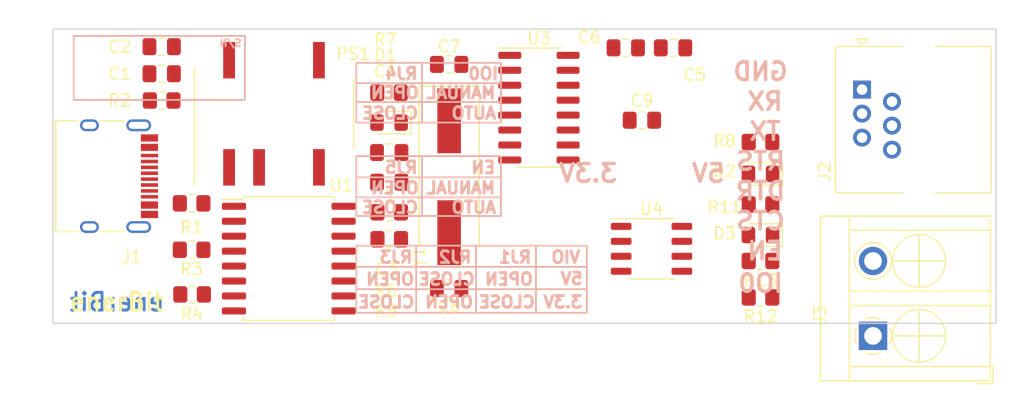
<source format=kicad_pcb>
(kicad_pcb (version 20211014) (generator pcbnew)
  (layers (0 "F.Cu" signal) (31 "B.Cu" signal) (34 "B.Paste" user) (35 "F.Paste" user) (36 "B.SilkS" user "B.Silkscreen") (37 "F.SilkS" user "F.Silkscreen") (38 "B.Mask" user) (39 "F.Mask" user) (44 "Edge.Cuts" user))
  (net 0 "")
  (net 1 "Net-(C1-Pad1)")
  (net 2 "GND1")
  (net 3 "Net-(C2-Pad1)")
  (net 4 "Net-(C3-Pad1)")
  (net 5 "GND2")
  (net 8 "Net-(C7-Pad1)")
  (net 9 "Net-(D1-Pad2)")
  (net 10 "Net-(D2-Pad1)")
  (net 11 "VCC")
  (net 12 "Net-(J1-PadA5)")
  (net 13 "Net-(J1-PadA6)")
  (net 14 "Net-(J1-PadA7)")
  (net 16 "Net-(J1-PadB5)")
  (net 19 "Net-(C6-Pad1)")
  (net 20 "/TX")
  (net 25 "/RX")
  (net 31 "Net-(R3-Pad1)")
  (net 32 "Net-(R4-Pad1)")
  (net 33 "Net-(R5-Pad1)")
  (net 34 "Net-(R5-Pad2)")
  (net 35 "Net-(R6-Pad1)")
  (net 36 "Net-(R6-Pad2)")
  (net 37 "Net-(R12-Pad1)")
  (net 38 "Net-(R13-Pad1)")
  (net 43 "Net-(D3-Pad1)")
  (net 44 "Net-(C8-Pad1)")
  (footprint "Resistor_SMD:R_0805_2012Metric_Pad1.20x1.40mm_HandSolder" (layer "F.Cu") (at 128.524 115.57 180)
    (fp_text reference "R6" (at 0.254 -6.658) (layer "F.SilkS"))
    (fp_text value "24")
    (fp_line (start -0.227064 -0.735) (end 0.227064 -0.735) (layer "F.SilkS") (width 0.12))
    (fp_line (start -0.227064 0.735) (end 0.227064 0.735) (layer "F.SilkS") (width 0.12))
    (pad "1" smd roundrect (at -1 0 180) (size 1.2 1.4) (layers "F.Cu" "F.Paste" "F.Mask") (roundrect_rratio 0.2083333333) (net 35 "Net-(R6-Pad1)"))
    (pad "2" smd roundrect (at 1 0 180) (size 1.2 1.4) (layers "F.Cu" "F.Paste" "F.Mask") (roundrect_rratio 0.2083333333) (net 36 "Net-(R6-Pad2)"))
  )
  (footprint "Resistor_SMD:R_0805_2012Metric_Pad1.20x1.40mm_HandSolder" (layer "F.Cu") (at 128.508 105.41 180)
    (fp_text reference "R7" (at 0.308 4.51) (layer "F.SilkS"))
    (fp_text value "1K")
    (fp_line (start -0.227064 0.735) (end 0.227064 0.735) (layer "F.SilkS") (width 0.12))
    (fp_line (start -0.227064 -0.735) (end 0.227064 -0.735) (layer "F.SilkS") (width 0.12))
    (pad "1" smd roundrect (at -1 0 180) (size 1.2 1.4) (layers "F.Cu" "F.Paste" "F.Mask") (roundrect_rratio 0.2083333333) (net 9 "Net-(D1-Pad2)"))
    (pad "2" smd roundrect (at 1 0 180) (size 1.2 1.4) (layers "F.Cu" "F.Paste" "F.Mask") (roundrect_rratio 0.2083333333) (net 11 "VCC"))
  )
  (footprint "Resistor_SMD:R_0805_2012Metric_Pad1.20x1.40mm_HandSolder" (layer "F.Cu") (at 128.524 117.856 180)
    (fp_text reference "R5" (at 0.254 -6.096) (layer "F.SilkS"))
    (fp_text value "24")
    (fp_line (start -0.227064 -0.735) (end 0.227064 -0.735) (layer "F.SilkS") (width 0.12))
    (fp_line (start -0.227064 0.735) (end 0.227064 0.735) (layer "F.SilkS") (width 0.12))
    (pad "1" smd roundrect (at -1 0 180) (size 1.2 1.4) (layers "F.Cu" "F.Paste" "F.Mask") (roundrect_rratio 0.2083333333) (net 33 "Net-(R5-Pad1)"))
    (pad "2" smd roundrect (at 1 0 180) (size 1.2 1.4) (layers "F.Cu" "F.Paste" "F.Mask") (roundrect_rratio 0.2083333333) (net 34 "Net-(R5-Pad2)"))
  )
  (footprint "Capacitor_SMD:C_0805_2012Metric_Pad1.18x1.45mm_HandSolder" (layer "F.Cu") (at 128.524 110.49)
    (fp_text reference "C4" (at -0.324 -6.89) (layer "F.SilkS"))
    (fp_text value "0.1uF")
    (fp_line (start -0.261252 -0.735) (end 0.261252 -0.735) (layer "F.SilkS") (width 0.12))
    (fp_line (start -0.261252 0.735) (end 0.261252 0.735) (layer "F.SilkS") (width 0.12))
    (pad "1" smd roundrect (at -1.0375 0) (size 1.175 1.45) (layers "F.Cu" "F.Paste" "F.Mask") (roundrect_rratio 0.2127659574) (net 11 "VCC"))
    (pad "2" smd roundrect (at 1.0375 0) (size 1.175 1.45) (layers "F.Cu" "F.Paste" "F.Mask") (roundrect_rratio 0.2127659574) (net 5 "GND2"))
  )
  (footprint "Diode_SMD:D_0805_2012Metric_Pad1.15x1.40mm_HandSolder" (layer "F.Cu") (at 160.02 112.3 180)
    (fp_text reference "D2" (at 3.048 0.232) (layer "F.SilkS"))
    (fp_text value "LED")
    (fp_line (start -1.86 0.96) (end 1 0.96) (layer "F.SilkS") (width 0.12))
    (fp_line (start -1.86 -0.96) (end -1.86 0.96) (layer "F.SilkS") (width 0.12))
    (fp_line (start 1 -0.96) (end -1.86 -0.96) (layer "F.SilkS") (width 0.12))
    (pad "1" smd roundrect (at -1.025 0 180) (size 1.15 1.4) (layers "F.Cu" "F.Paste" "F.Mask") (roundrect_rratio 0.2173913043) (net 10 "Net-(D2-Pad1)"))
    (pad "2" smd roundrect (at 1.025 0 180) (size 1.15 1.4) (layers "F.Cu" "F.Paste" "F.Mask") (roundrect_rratio 0.2173913043) (net 11 "VCC"))
  )
  (footprint "Crystal_SMD:Crystal_SMD_HC49-SD_HandSoldering_Compact" (layer "F.Cu") (at 133.604 112.55 -90)
    (fp_text reference "Y1" (at 6.83 2.54 90) (layer "F.SilkS"))
    (fp_text value "Crystal")
    (fp_line (start -7.7 2.55) (end 5.9 2.55) (layer "F.SilkS") (width 0.12))
    (fp_line (start -7.7 -2.55) (end -7.7 2.55) (layer "F.SilkS") (width 0.12))
    (fp_line (start 5.9 -2.55) (end -7.7 -2.55) (layer "F.SilkS") (width 0.12))
    (pad "1" smd rect (at -4.75 0 270) (size 5.5 2) (layers "F.Cu" "F.Paste" "F.Mask") (net 8 "Net-(C7-Pad1)"))
    (pad "2" smd rect (at 4.75 0 270) (size 5.5 2) (layers "F.Cu" "F.Paste" "F.Mask") (net 44 "Net-(C8-Pad1)"))
  )
  (footprint "Resistor_SMD:R_0805_2012Metric_Pad1.20x1.40mm_HandSolder" (layer "F.Cu") (at 111.76 118.755 180)
    (fp_text reference "R3" (at 0 -1.641) (layer "F.SilkS"))
    (fp_text value "24")
    (fp_line (start -0.227064 -0.735) (end 0.227064 -0.735) (layer "F.SilkS") (width 0.12))
    (fp_line (start -0.227064 0.735) (end 0.227064 0.735) (layer "F.SilkS") (width 0.12))
    (pad "1" smd roundrect (at -1 0 180) (size 1.2 1.4) (layers "F.Cu" "F.Paste" "F.Mask") (roundrect_rratio 0.2083333333) (net 31 "Net-(R3-Pad1)"))
    (pad "2" smd roundrect (at 1 0 180) (size 1.2 1.4) (layers "F.Cu" "F.Paste" "F.Mask") (roundrect_rratio 0.2083333333) (net 14 "Net-(J1-PadA7)"))
  )
  (footprint "Resistor_SMD:R_0805_2012Metric_Pad1.20x1.40mm_HandSolder" (layer "F.Cu") (at 111.76 114.808)
    (fp_text reference "R1" (at 0 2.032) (layer "F.SilkS"))
    (fp_text value "5.1K")
    (fp_line (start -0.227064 0.735) (end 0.227064 0.735) (layer "F.SilkS") (width 0.12))
    (fp_line (start -0.227064 -0.735) (end 0.227064 -0.735) (layer "F.SilkS") (width 0.12))
    (pad "1" smd roundrect (at -1 0) (size 1.2 1.4) (layers "F.Cu" "F.Paste" "F.Mask") (roundrect_rratio 0.2083333333) (net 16 "Net-(J1-PadB5)"))
    (pad "2" smd roundrect (at 1 0) (size 1.2 1.4) (layers "F.Cu" "F.Paste" "F.Mask") (roundrect_rratio 0.2083333333) (net 2 "GND1"))
  )
  (footprint "Package_SO:SOIC-16W_7.5x10.3mm_P1.27mm" (layer "F.Cu") (at 120 119.5)
    (fp_text reference "U1" (at 4.46 -6.216) (layer "F.SilkS"))
    (fp_text value "ADUM4160")
    (fp_line (start -3.86 -5.005) (end -5.675 -5.005) (layer "F.SilkS") (width 0.12))
    (fp_line (start 0 -5.26) (end -3.86 -5.26) (layer "F.SilkS") (width 0.12))
    (fp_line (start -3.86 5.26) (end -3.86 5.005) (layer "F.SilkS") (width 0.12))
    (fp_line (start 3.86 5.26) (end 3.86 5.005) (layer "F.SilkS") (width 0.12))
    (fp_line (start -3.86 -5.26) (end -3.86 -5.005) (layer "F.SilkS") (width 0.12))
    (fp_line (start 0 5.26) (end -3.86 5.26) (layer "F.SilkS") (width 0.12))
    (fp_line (start 3.86 -5.26) (end 3.86 -5.005) (layer "F.SilkS") (width 0.12))
    (fp_line (start 0 5.26) (end 3.86 5.26) (layer "F.SilkS") (width 0.12))
    (fp_line (start 0 -5.26) (end 3.86 -5.26) (layer "F.SilkS") (width 0.12))
    (pad "1" smd roundrect (at -4.65 -4.445) (size 2.05 0.6) (layers "F.Cu" "F.Paste" "F.Mask") (net 1 "Net-(C1-Pad1)"))
    (pad "2" smd roundrect (at -4.65 -3.175) (size 2.05 0.6) (layers "F.Cu" "F.Paste" "F.Mask") (net 2 "GND1"))
    (pad "3" smd roundrect (at -4.65 -1.905) (size 2.05 0.6) (layers "F.Cu" "F.Paste" "F.Mask") (net 3 "Net-(C2-Pad1)"))
    (pad "4" smd roundrect (at -4.65 -0.635) (size 2.05 0.6) (layers "F.Cu" "F.Paste" "F.Mask") (net 3 "Net-(C2-Pad1)"))
    (pad "5" smd roundrect (at -4.65 0.635) (size 2.05 0.6) (layers "F.Cu" "F.Paste" "F.Mask") (net 3 "Net-(C2-Pad1)"))
    (pad "6" smd roundrect (at -4.65 1.905) (size 2.05 0.6) (layers "F.Cu" "F.Paste" "F.Mask") (net 31 "Net-(R3-Pad1)"))
    (pad "7" smd roundrect (at -4.65 3.175) (size 2.05 0.6) (layers "F.Cu" "F.Paste" "F.Mask") (net 32 "Net-(R4-Pad1)"))
    (pad "8" smd roundrect (at -4.65 4.445) (size 2.05 0.6) (layers "F.Cu" "F.Paste" "F.Mask") (net 2 "GND1"))
    (pad "9" smd roundrect (at 4.65 4.445) (size 2.05 0.6) (layers "F.Cu" "F.Paste" "F.Mask") (net 5 "GND2"))
    (pad "10" smd roundrect (at 4.65 3.175) (size 2.05 0.6) (layers "F.Cu" "F.Paste" "F.Mask") (net 34 "Net-(R5-Pad2)"))
    (pad "11" smd roundrect (at 4.65 1.905) (size 2.05 0.6) (layers "F.Cu" "F.Paste" "F.Mask") (net 36 "Net-(R6-Pad2)"))
    (pad "12" smd roundrect (at 4.65 0.635) (size 2.05 0.6) (layers "F.Cu" "F.Paste" "F.Mask") (net 4 "Net-(C3-Pad1)"))
    (pad "13" smd roundrect (at 4.65 -0.635) (size 2.05 0.6) (layers "F.Cu" "F.Paste" "F.Mask") (net 4 "Net-(C3-Pad1)"))
    (pad "14" smd roundrect (at 4.65 -1.905) (size 2.05 0.6) (layers "F.Cu" "F.Paste" "F.Mask") (net 4 "Net-(C3-Pad1)"))
    (pad "15" smd roundrect (at 4.65 -3.175) (size 2.05 0.6) (layers "F.Cu" "F.Paste" "F.Mask") (net 5 "GND2"))
    (pad "16" smd roundrect (at 4.65 -4.445) (size 2.05 0.6) (layers "F.Cu" "F.Paste" "F.Mask") (net 11 "VCC"))
  )
  (footprint "Capacitor_SMD:C_0805_2012Metric_Pad1.18x1.45mm_HandSolder" (layer "F.Cu") (at 109.22 103.8 180)
    (fp_text reference "C1" (at 3.556 0) (layer "F.SilkS"))
    (fp_text value "0.1uF")
    (fp_line (start -0.261252 -0.735) (end 0.261252 -0.735) (layer "F.SilkS") (width 0.12))
    (fp_line (start -0.261252 0.735) (end 0.261252 0.735) (layer "F.SilkS") (width 0.12))
    (pad "1" smd roundrect (at -1.0375 0 180) (size 1.175 1.45) (layers "F.Cu" "F.Paste" "F.Mask") (roundrect_rratio 0.2127659574) (net 1 "Net-(C1-Pad1)"))
    (pad "2" smd roundrect (at 1.0375 0 180) (size 1.175 1.45) (layers "F.Cu" "F.Paste" "F.Mask") (roundrect_rratio 0.2127659574) (net 2 "GND1"))
  )
  (footprint "Connector_USB:USB_C_Receptacle_HRO_TYPE-C-31-M-12" (layer "F.Cu") (at 104.14 112.5 -90)
    (fp_text reference "J1" (at 6.88 -2.54) (layer "F.SilkS"))
    (fp_text value "USB_C_Receptacle_USB2.0")
    (fp_line (start 4.7 2) (end 4.7 3.9) (layer "F.SilkS") (width 0.12))
    (fp_line (start 4.7 -1.9) (end 4.7 0.1) (layer "F.SilkS") (width 0.12))
    (fp_line (start -4.7 3.9) (end 4.7 3.9) (layer "F.SilkS") (width 0.12))
    (fp_line (start -4.7 2) (end -4.7 3.9) (layer "F.SilkS") (width 0.12))
    (fp_line (start -4.7 -1.9) (end -4.7 0.1) (layer "F.SilkS") (width 0.12))
    (pad "" np_thru_hole circle (at -2.89 -2.6 270) (size 0.65 0.65) (drill 0.65) (layers *.Cu *.Mask))
    (pad "" np_thru_hole circle (at 2.89 -2.6 270) (size 0.65 0.65) (drill 0.65) (layers *.Cu *.Mask))
    (pad "A1" smd rect (at -3.25 -4.045 270) (size 0.6 1.45) (layers "F.Cu" "F.Paste" "F.Mask") (net 2 "GND1"))
    (pad "A4" smd rect (at -2.45 -4.045 270) (size 0.6 1.45) (layers "F.Cu" "F.Paste" "F.Mask") (net 1 "Net-(C1-Pad1)"))
    (pad "A5" smd rect (at -1.25 -4.045 270) (size 0.3 1.45) (layers "F.Cu" "F.Paste" "F.Mask") (net 12 "Net-(J1-PadA5)"))
    (pad "A6" smd rect (at -0.25 -4.045 270) (size 0.3 1.45) (layers "F.Cu" "F.Paste" "F.Mask") (net 13 "Net-(J1-PadA6)"))
    (pad "A7" smd rect (at 0.25 -4.045 270) (size 0.3 1.45) (layers "F.Cu" "F.Paste" "F.Mask") (net 14 "Net-(J1-PadA7)"))
    (pad "A8" smd rect (at 1.25 -4.045 270) (size 0.3 1.45) (layers "F.Cu" "F.Paste" "F.Mask"))
    (pad "A9" smd rect (at 2.45 -4.045 270) (size 0.6 1.45) (layers "F.Cu" "F.Paste" "F.Mask") (net 1 "Net-(C1-Pad1)"))
    (pad "A12" smd rect (at 3.25 -4.045 270) (size 0.6 1.45) (layers "F.Cu" "F.Paste" "F.Mask") (net 2 "GND1"))
    (pad "B1" smd rect (at 3.25 -4.045 270) (size 0.6 1.45) (layers "F.Cu" "F.Paste" "F.Mask") (net 2 "GND1"))
    (pad "B4" smd rect (at 2.45 -4.045 270) (size 0.6 1.45) (layers "F.Cu" "F.Paste" "F.Mask") (net 1 "Net-(C1-Pad1)"))
    (pad "B5" smd rect (at 1.75 -4.045 270) (size 0.3 1.45) (layers "F.Cu" "F.Paste" "F.Mask") (net 16 "Net-(J1-PadB5)"))
    (pad "B6" smd rect (at 0.75 -4.045 270) (size 0.3 1.45) (layers "F.Cu" "F.Paste" "F.Mask") (net 13 "Net-(J1-PadA6)"))
    (pad "B7" smd rect (at -0.75 -4.045 270) (size 0.3 1.45) (layers "F.Cu" "F.Paste" "F.Mask") (net 14 "Net-(J1-PadA7)"))
    (pad "B8" smd rect (at -1.75 -4.045 270) (size 0.3 1.45) (layers "F.Cu" "F.Paste" "F.Mask"))
    (pad "B9" smd rect (at -2.45 -4.045 270) (size 0.6 1.45) (layers "F.Cu" "F.Paste" "F.Mask") (net 1 "Net-(C1-Pad1)"))
    (pad "B12" smd rect (at -3.25 -4.045 270) (size 0.6 1.45) (layers "F.Cu" "F.Paste" "F.Mask") (net 2 "GND1"))
    (pad "S1" thru_hole oval (at -4.32 1.05 270) (size 1 1.6) (drill oval 0.6 1.2) (layers *.Cu *.Mask))
    (pad "S1" thru_hole oval (at -4.32 -3.13 270) (size 1 2.1) (drill oval 0.6 1.7) (layers *.Cu *.Mask))
    (pad "S1" thru_hole oval (at 4.32 -3.13 270) (size 1 2.1) (drill oval 0.6 1.7) (layers *.Cu *.Mask))
    (pad "S1" thru_hole oval (at 4.32 1.05 270) (size 1 1.6) (drill oval 0.6 1.2) (layers *.Cu *.Mask))
  )
  (footprint "Capacitor_SMD:C_0805_2012Metric_Pad1.18x1.45mm_HandSolder" (layer "F.Cu") (at 109.22 101.5 180)
    (fp_text reference "C2" (at 3.556 0) (layer "F.SilkS"))
    (fp_text value "0.1uF")
    (fp_line (start -0.261252 -0.735) (end 0.261252 -0.735) (layer "F.SilkS") (width 0.12))
    (fp_line (start -0.261252 0.735) (end 0.261252 0.735) (layer "F.SilkS") (width 0.12))
    (pad "1" smd roundrect (at -1.0375 0 180) (size 1.175 1.45) (layers "F.Cu" "F.Paste" "F.Mask") (roundrect_rratio 0.2127659574) (net 3 "Net-(C2-Pad1)"))
    (pad "2" smd roundrect (at 1.0375 0 180) (size 1.175 1.45) (layers "F.Cu" "F.Paste" "F.Mask") (roundrect_rratio 0.2127659574) (net 2 "GND1"))
  )
  (footprint "Diode_SMD:D_0805_2012Metric_Pad1.15x1.40mm_HandSolder" (layer "F.Cu") (at 128.508 107.95 180)
    (fp_text reference "D1" (at 0.308 5.75) (layer "F.SilkS"))
    (fp_text value "LED")
    (fp_line (start -1.86 -0.96) (end -1.86 0.96) (layer "F.SilkS") (width 0.12))
    (fp_line (start -1.86 0.96) (end 1 0.96) (layer "F.SilkS") (width 0.12))
    (fp_line (start 1 -0.96) (end -1.86 -0.96) (layer "F.SilkS") (width 0.12))
    (pad "1" smd roundrect (at -1.025 0 180) (size 1.15 1.4) (layers "F.Cu" "F.Paste" "F.Mask") (roundrect_rratio 0.2173913043) (net 5 "GND2"))
    (pad "2" smd roundrect (at 1.025 0 180) (size 1.15 1.4) (layers "F.Cu" "F.Paste" "F.Mask") (roundrect_rratio 0.2173913043) (net 9 "Net-(D1-Pad2)"))
  )
  (footprint "Capacitor_SMD:C_0805_2012Metric_Pad1.18x1.45mm_HandSolder" (layer "F.Cu") (at 152.6 101.6 180)
    (fp_text reference "C5" (at -1.832 -2.3) (layer "F.SilkS"))
    (fp_text value "0.1uF")
    (fp_line (start -0.261252 0.735) (end 0.261252 0.735) (layer "F.SilkS") (width 0.12))
    (fp_line (start -0.261252 -0.735) (end 0.261252 -0.735) (layer "F.SilkS") (width 0.12))
    (pad "1" smd roundrect (at -1.0375 0 180) (size 1.175 1.45) (layers "F.Cu" "F.Paste" "F.Mask") (roundrect_rratio 0.2127659574) (net 11 "VCC"))
    (pad "2" smd roundrect (at 1.0375 0 180) (size 1.175 1.45) (layers "F.Cu" "F.Paste" "F.Mask") (roundrect_rratio 0.2127659574) (net 5 "GND2"))
  )
  (footprint "Connector_Kefa:TerminalBlock_Kefa_1x02_P6.35mm_Horizontal" (layer "F.Cu") (at 169.5636 126.0652 90)
    (fp_text reference "J3" (at 1.75 -4.46 90) (layer "F.SilkS"))
    (fp_text value "Conn_01x02_Female")
    (fp_line (start -4.05 10.2) (end -2.55 10.2) (layer "F.SilkS") (width 0.12))
    (fp_line (start -3.81 -4.46) (end 10.17 -4.46) (layer "F.SilkS") (width 0.12))
    (fp_line (start 6.36 1.65) (end 6.36 6.15) (layer "F.SilkS") (width 0.12))
    (fp_line (start 4.11 3.9) (end 8.61 3.9) (layer "F.SilkS") (width 0.12))
    (fp_line (start -3.81 -4.46) (end -3.81 9.96) (layer "F.SilkS") (width 0.12))
    (fp_line (start -4.05 8.7) (end -4.05 10.2) (layer "F.SilkS") (width 0.12))
    (fp_line (start -3.81 -2) (end 10.17 -2) (layer "F.SilkS") (width 0.12))
    (fp_line (start 10.17 -4.46) (end 10.17 9.96) (layer "F.SilkS") (width 0.12))
    (fp_line (start -3.81 9.96) (end 10.17 9.96) (layer "F.SilkS") (width 0.12))
    (fp_line (start 0 1.65) (end 0 6.15) (layer "F.SilkS") (width 0.12))
    (fp_line (start -2.25 3.9) (end 2.25 3.9) (layer "F.SilkS") (width 0.12))
    (fp_rect (start 8.97 -2) (end 10.17 9.96) (layer "F.SilkS") (width 0.12) (fill none))
    (fp_rect (start 2.58 -2) (end 3.78 9.96) (layer "F.SilkS") (width 0.12) (fill none))
    (fp_rect (start -3.81 -2) (end -2.61 9.96) (layer "F.SilkS") (width 0.12) (fill none))
    (fp_arc (start 0.607587 1.431385) (mid 0.310017 1.523783) (end 0 1.555) (layer "F.SilkS") (width 0.12))
    (fp_arc (start 1.432109 -0.607742) (mid 1.555727 0.00014) (end 1.432 0.608) (layer "F.SilkS") (width 0.12))
    (fp_arc (start -0.607742 -1.432109) (mid 0.00014 -1.555727) (end 0.608 -1.432) (layer "F.SilkS") (width 0.12))
    (fp_arc (start 0.027011 1.555493) (mid -0.296984 1.527118) (end -0.608 1.432) (layer "F.SilkS") (width 0.12))
    (fp_arc (start -1.432109 0.607742) (mid -1.555727 -0.00014) (end -1.432 -0.608) (layer "F.SilkS") (width 0.12))
    (fp_circle (center 0 3.9) (end 2.25 3.9) (layer "F.SilkS") (width 0.12) (fill none))
    (fp_circle (center 6.36 0) (end 7.915 0) (layer "F.SilkS") (width 0.12) (fill none))
    (fp_circle (center 6.36 3.9) (end 8.61 3.9) (layer "F.SilkS") (width 0.12) (fill none))
    (pad "1" thru_hole rect (at 0 0 90) (size 2.4 2.4) (drill 1.5) (layers *.Cu *.Mask))
    (pad "2" thru_hole circle (at 6.36 0 90) (size 2.4 2.4) (drill 1.5) (layers *.Cu *.Mask))
  )
  (footprint "Connector_RJ:RJ25_Wayconn_MJEA-660X1_Horizontal" (layer "F.Cu") (at 168.634 105.146 90)
    (fp_text reference "J2" (at -6.985 -3.175 90) (layer "F.SilkS"))
    (fp_text value "RJ25")
    (fp_line (start 4.32 -0.5) (end 3.82 0) (layer "F.SilkS") (width 0.12))
    (fp_line (start -8.76 -2.27) (end 3.66 -2.27) (layer "F.SilkS") (width 0.12))
    (fp_line (start 3.82 0) (end 4.32 0.5) (layer "F.SilkS") (width 0.12))
    (fp_line (start -8.76 10.95) (end 3.66 10.95) (layer "F.SilkS") (width 0.12))
    (fp_line (start -8.76 -2.27) (end -8.76 3.47) (layer "F.SilkS") (width 0.12))
    (fp_line (start 3.66 6.22) (end 3.66 10.95) (layer "F.SilkS") (width 0.12))
    (fp_line (start -8.76 6.22) (end -8.76 10.95) (layer "F.SilkS") (width 0.12))
    (fp_line (start 3.66 -2.27) (end 3.66 3.47) (layer "F.SilkS") (width 0.12))
    (fp_line (start 4.32 -0.5) (end 4.32 0.5) (layer "F.SilkS") (width 0.12))
    (pad "" np_thru_hole circle (at 3.45 4.84 90) (size 2.3 2.3) (drill 2.3) (layers *.Cu *.Mask))
    (pad "" np_thru_hole circle (at -8.55 4.84 90) (size 2.3 2.3) (drill 2.3) (layers *.Cu *.Mask))
    (pad "1" thru_hole rect (at 0 0 90) (size 1.52 1.52) (drill 0.9) (layers *.Cu *.Mask))
    (pad "2" thru_hole circle (at -1.02 2.54 90) (size 1.52 1.52) (drill 0.9) (layers *.Cu *.Mask))
    (pad "3" thru_hole circle (at -2.04 0 90) (size 1.52 1.52) (drill 0.9) (layers *.Cu *.Mask))
    (pad "4" thru_hole circle (at -3.06 2.54 90) (size 1.52 1.52) (drill 0.9) (layers *.Cu *.Mask))
    (pad "5" thru_hole circle (at -4.08 0 90) (size 1.52 1.52) (drill 0.9) (layers *.Cu *.Mask))
    (pad "6" thru_hole circle (at -5.1 2.54 90) (size 1.52 1.52) (drill 0.9) (layers *.Cu *.Mask))
  )
  (footprint "Package_SO:SO-8_3.9x4.9mm_P1.27mm" (layer "F.Cu") (at 150.7744 118.6688)
    (fp_text reference "U4" (at 0 -3.4) (layer "F.SilkS"))
    (fp_text value "MAX485E")
    (fp_line (start 0 2.56) (end -1.95 2.56) (layer "F.SilkS") (width 0.12))
    (fp_line (start 0 -2.56) (end 1.95 -2.56) (layer "F.SilkS") (width 0.12))
    (fp_line (start 0 -2.56) (end -3.45 -2.56) (layer "F.SilkS") (width 0.12))
    (fp_line (start 0 2.56) (end 1.95 2.56) (layer "F.SilkS") (width 0.12))
    (pad "1" smd roundrect (at -2.575 -1.905) (size 1.75 0.6) (layers "F.Cu" "F.Paste" "F.Mask") (net 25 "/RX"))
    (pad "2" smd roundrect (at -2.575 -0.635) (size 1.75 0.6) (layers "F.Cu" "F.Paste" "F.Mask") (net 11 "VCC"))
    (pad "3" smd roundrect (at -2.575 0.635) (size 1.75 0.6) (layers "F.Cu" "F.Paste" "F.Mask") (net 11 "VCC"))
    (pad "4" smd roundrect (at -2.575 1.905) (size 1.75 0.6) (layers "F.Cu" "F.Paste" "F.Mask") (net 20 "/TX"))
    (pad "5" smd roundrect (at 2.575 1.905) (size 1.75 0.6) (layers "F.Cu" "F.Paste" "F.Mask") (net 5 "GND2"))
    (pad "6" smd roundrect (at 2.575 0.635) (size 1.75 0.6) (layers "F.Cu" "F.Paste" "F.Mask"))
    (pad "7" smd roundrect (at 2.575 -0.635) (size 1.75 0.6) (layers "F.Cu" "F.Paste" "F.Mask"))
    (pad "8" smd roundrect (at 2.575 -1.905) (size 1.75 0.6) (layers "F.Cu" "F.Paste" "F.Mask") (net 11 "VCC"))
  )
  (footprint "Package_SO:SOIC-16_3.9x9.9mm_P1.27mm" (layer "F.Cu") (at 141.224 106.68)
    (fp_text reference "U3" (at 0 -5.9) (layer "F.SilkS"))
    (fp_text value "CH340G")
    (fp_line (start 0 -5.06) (end 1.95 -5.06) (layer "F.SilkS") (width 0.12))
    (fp_line (start 0 -5.06) (end -3.45 -5.06) (layer "F.SilkS") (width 0.12))
    (fp_line (start 0 5.06) (end -1.95 5.06) (layer "F.SilkS") (width 0.12))
    (fp_line (start 0 5.06) (end 1.95 5.06) (layer "F.SilkS") (width 0.12))
    (pad "1" smd roundrect (at -2.475 -4.445) (size 1.95 0.6) (layers "F.Cu" "F.Paste" "F.Mask") (net 5 "GND2"))
    (pad "2" smd roundrect (at -2.475 -3.175) (size 1.95 0.6) (layers "F.Cu" "F.Paste" "F.Mask") (net 20 "/TX"))
    (pad "3" smd roundrect (at -2.475 -1.905) (size 1.95 0.6) (layers "F.Cu" "F.Paste" "F.Mask") (net 25 "/RX"))
    (pad "4" smd roundrect (at -2.475 -0.635) (size 1.95 0.6) (layers "F.Cu" "F.Paste" "F.Mask") (net 19 "Net-(C6-Pad1)"))
    (pad "5" smd roundrect (at -2.475 0.635) (size 1.95 0.6) (layers "F.Cu" "F.Paste" "F.Mask") (net 33 "Net-(R5-Pad1)"))
    (pad "6" smd roundrect (at -2.475 1.905) (size 1.95 0.6) (layers "F.Cu" "F.Paste" "F.Mask") (net 35 "Net-(R6-Pad1)"))
    (pad "7" smd roundrect (at -2.475 3.175) (size 1.95 0.6) (layers "F.Cu" "F.Paste" "F.Mask") (net 8 "Net-(C7-Pad1)"))
    (pad "8" smd roundrect (at -2.475 4.445) (size 1.95 0.6) (layers "F.Cu" "F.Paste" "F.Mask") (net 44 "Net-(C8-Pad1)"))
    (pad "9" smd roundrect (at 2.475 4.445) (size 1.95 0.6) (layers "F.Cu" "F.Paste" "F.Mask"))
    (pad "10" smd roundrect (at 2.475 3.175) (size 1.95 0.6) (layers "F.Cu" "F.Paste" "F.Mask"))
    (pad "11" smd roundrect (at 2.475 1.905) (size 1.95 0.6) (layers "F.Cu" "F.Paste" "F.Mask"))
    (pad "12" smd roundrect (at 2.475 0.635) (size 1.95 0.6) (layers "F.Cu" "F.Paste" "F.Mask"))
    (pad "13" smd roundrect (at 2.475 -0.635) (size 1.95 0.6) (layers "F.Cu" "F.Paste" "F.Mask"))
    (pad "14" smd roundrect (at 2.475 -1.905) (size 1.95 0.6) (layers "F.Cu" "F.Paste" "F.Mask"))
    (pad "15" smd roundrect (at 2.475 -3.175) (size 1.95 0.6) (layers "F.Cu" "F.Paste" "F.Mask"))
    (pad "16" smd roundrect (at 2.475 -4.445) (size 1.95 0.6) (layers "F.Cu" "F.Paste" "F.Mask") (net 11 "VCC"))
  )
  (footprint "Resistor_SMD:R_0805_2012Metric_Pad1.20x1.40mm_HandSolder" (layer "F.Cu") (at 109.22 106.072 180)
    (fp_text reference "R2" (at 3.556 0) (layer "F.SilkS"))
    (fp_text value "5.1K")
    (fp_line (start -0.227064 -0.735) (end 0.227064 -0.735) (layer "F.SilkS") (width 0.12))
    (fp_line (start -0.227064 0.735) (end 0.227064 0.735) (layer "F.SilkS") (width 0.12))
    (pad "1" smd roundrect (at -1 0 180) (size 1.2 1.4) (layers "F.Cu" "F.Paste" "F.Mask") (roundrect_rratio 0.2083333333) (net 12 "Net-(J1-PadA5)"))
    (pad "2" smd roundrect (at 1 0 180) (size 1.2 1.4) (layers "F.Cu" "F.Paste" "F.Mask") (roundrect_rratio 0.2083333333) (net 2 "GND1"))
  )
  (footprint "Resistor_SMD:R_0805_2012Metric_Pad1.20x1.40mm_HandSolder" (layer "F.Cu") (at 160.02 119.7)
    (fp_text reference "R13" (at 0 1.65) (layer "F.SilkS"))
    (fp_text value "100")
    (fp_line (start -0.227064 0.735) (end 0.227064 0.735) (layer "F.SilkS") (width 0.12))
    (fp_line (start -0.227064 -0.735) (end 0.227064 -0.735) (layer "F.SilkS") (width 0.12))
    (pad "1" smd roundrect (at -1 0) (size 1.2 1.4) (layers "F.Cu" "F.Paste" "F.Mask") (roundrect_rratio 0.2083333333) (net 38 "Net-(R13-Pad1)"))
    (pad "2" smd roundrect (at 1 0) (size 1.2 1.4) (layers "F.Cu" "F.Paste" "F.Mask") (roundrect_rratio 0.2083333333) (net 5 "GND2"))
  )
  (footprint "Resistor_SMD:R_0805_2012Metric_Pad1.20x1.40mm_HandSolder" (layer "F.Cu") (at 160.02 122.8)
    (fp_text reference "R12" (at 0 1.6) (layer "F.SilkS"))
    (fp_text value "100")
    (fp_line (start -0.227064 0.735) (end 0.227064 0.735) (layer "F.SilkS") (width 0.12))
    (fp_line (start -0.227064 -0.735) (end 0.227064 -0.735) (layer "F.SilkS") (width 0.12))
    (pad "1" smd roundrect (at -1 0) (size 1.2 1.4) (layers "F.Cu" "F.Paste" "F.Mask") (roundrect_rratio 0.2083333333) (net 37 "Net-(R12-Pad1)"))
    (pad "2" smd roundrect (at 1 0) (size 1.2 1.4) (layers "F.Cu" "F.Paste" "F.Mask") (roundrect_rratio 0.2083333333) (net 5 "GND2"))
  )
  (footprint "Capacitor_SMD:C_0805_2012Metric_Pad1.18x1.45mm_HandSolder" (layer "F.Cu") (at 128.524 113.01)
    (fp_text reference "C3" (at -0.254 7.386) (layer "F.SilkS"))
    (fp_text value "0.1uF")
    (fp_line (start -0.261252 -0.735) (end 0.261252 -0.735) (layer "F.SilkS") (width 0.12))
    (fp_line (start -0.261252 0.735) (end 0.261252 0.735) (layer "F.SilkS") (width 0.12))
    (pad "1" smd roundrect (at -1.0375 0) (size 1.175 1.45) (layers "F.Cu" "F.Paste" "F.Mask") (roundrect_rratio 0.2127659574) (net 4 "Net-(C3-Pad1)"))
    (pad "2" smd roundrect (at 1.0375 0) (size 1.175 1.45) (layers "F.Cu" "F.Paste" "F.Mask") (roundrect_rratio 0.2127659574) (net 5 "GND2"))
  )
  (footprint "Capacitor_SMD:C_0805_2012Metric_Pad1.18x1.45mm_HandSolder" (layer "F.Cu") (at 133.604 122.037 180)
    (fp_text reference "C8" (at 0 -1.524) (layer "F.SilkS"))
    (fp_text value "22pF")
    (fp_line (start -0.261252 0.735) (end 0.261252 0.735) (layer "F.SilkS") (width 0.12))
    (fp_line (start -0.261252 -0.735) (end 0.261252 -0.735) (layer "F.SilkS") (width 0.12))
    (pad "1" smd roundrect (at -1.0375 0 180) (size 1.175 1.45) (layers "F.Cu" "F.Paste" "F.Mask") (roundrect_rratio 0.2127659574) (net 44 "Net-(C8-Pad1)"))
    (pad "2" smd roundrect (at 1.0375 0 180) (size 1.175 1.45) (layers "F.Cu" "F.Paste" "F.Mask") (roundrect_rratio 0.2127659574) (net 5 "GND2"))
  )
  (footprint "Resistor_SMD:R_0805_2012Metric_Pad1.20x1.40mm_HandSolder" (layer "F.Cu") (at 111.8 122.545 180)
    (fp_text reference "R4" (at 0 -1.65) (layer "F.SilkS"))
    (fp_text value "24")
    (fp_line (start -0.227064 0.735) (end 0.227064 0.735) (layer "F.SilkS") (width 0.12))
    (fp_line (start -0.227064 -0.735) (end 0.227064 -0.735) (layer "F.SilkS") (width 0.12))
    (pad "1" smd roundrect (at -1 0 180) (size 1.2 1.4) (layers "F.Cu" "F.Paste" "F.Mask") (roundrect_rratio 0.2083333333) (net 32 "Net-(R4-Pad1)"))
    (pad "2" smd roundrect (at 1 0 180) (size 1.2 1.4) (layers "F.Cu" "F.Paste" "F.Mask") (roundrect_rratio 0.2083333333) (net 13 "Net-(J1-PadA6)"))
  )
  (footprint "Capacitor_SMD:C_0805_2012Metric_Pad1.18x1.45mm_HandSolder" (layer "F.Cu") (at 133.604 103.007 180)
    (fp_text reference "C7" (at 0 1.524) (layer "F.SilkS"))
    (fp_text value "22pF")
    (fp_line (start -0.261252 -0.735) (end 0.261252 -0.735) (layer "F.SilkS") (width 0.12))
    (fp_line (start -0.261252 0.735) (end 0.261252 0.735) (layer "F.SilkS") (width 0.12))
    (pad "1" smd roundrect (at -1.0375 0 180) (size 1.175 1.45) (layers "F.Cu" "F.Paste" "F.Mask") (roundrect_rratio 0.2127659574) (net 8 "Net-(C7-Pad1)"))
    (pad "2" smd roundrect (at 1.0375 0 180) (size 1.175 1.45) (layers "F.Cu" "F.Paste" "F.Mask") (roundrect_rratio 0.2127659574) (net 5 "GND2"))
  )
  (footprint "Converter_DCDC_SMD:Converter_DCDC_Mornsun_B05_XT_1WR3_SMD" (layer "F.Cu") (at 118.75 107.2 90)
    (fp_text reference "PS1" (at 5.092 6.726) (layer "F.SilkS"))
    (fp_text value "B05XT1WR3")
    (fp_line (start -2.975 6.75) (end 2.975 6.75) (layer "F.SilkS") (width 0.12))
    (fp_line (start -6.1 -6.75) (end 3.975 -6.75) (layer "F.SilkS") (width 0.12))
    (pad "1" smd rect (at -4.55 -3.81 90) (size 3.1 1) (layers "F.Cu" "F.Paste" "F.Mask") (net 2 "GND1"))
    (pad "2" smd rect (at -4.55 -1.27 90) (size 3.1 1) (layers "F.Cu" "F.Paste" "F.Mask") (net 1 "Net-(C1-Pad1)"))
    (pad "4" smd rect (at -4.55 3.81 90) (size 3.1 1) (layers "F.Cu" "F.Paste" "F.Mask") (net 5 "GND2"))
    (pad "5" smd rect (at 4.55 3.81 90) (size 3.1 1) (layers "F.Cu" "F.Paste" "F.Mask") (net 11 "VCC"))
    (pad "8" smd rect (at 4.55 -3.81 90) (size 3.1 1) (layers "F.Cu" "F.Paste" "F.Mask"))
  )
  (footprint "Resistor_SMD:R_0805_2012Metric_Pad1.20x1.40mm_HandSolder" (layer "F.Cu") (at 160.02 114.9)
    (fp_text reference "R11" (at -3.048 0.216) (layer "F.SilkS"))
    (fp_text value "1K")
    (fp_line (start -0.227064 -0.735) (end 0.227064 -0.735) (layer "F.SilkS") (width 0.12))
    (fp_line (start -0.227064 0.735) (end 0.227064 0.735) (layer "F.SilkS") (width 0.12))
    (pad "1" smd roundrect (at -1 0) (size 1.2 1.4) (layers "F.Cu" "F.Paste" "F.Mask") (roundrect_rratio 0.2083333333) (net 43 "Net-(D3-Pad1)"))
    (pad "2" smd roundrect (at 1 0) (size 1.2 1.4) (layers "F.Cu" "F.Paste" "F.Mask") (roundrect_rratio 0.2083333333) (net 20 "/TX"))
  )
  (footprint "Capacitor_SMD:C_0805_2012Metric_Pad1.18x1.45mm_HandSolder" (layer "F.Cu") (at 148.59 101.6)
    (fp_text reference "C6" (at -3.09 -0.9) (layer "F.SilkS"))
    (fp_text value "0.1uF")
    (fp_line (start -0.261252 -0.735) (end 0.261252 -0.735) (layer "F.SilkS") (width 0.12))
    (fp_line (start -0.261252 0.735) (end 0.261252 0.735) (layer "F.SilkS") (width 0.12))
    (pad "1" smd roundrect (at -1.0375 0) (size 1.175 1.45) (layers "F.Cu" "F.Paste" "F.Mask") (roundrect_rratio 0.2127659574) (net 19 "Net-(C6-Pad1)"))
    (pad "2" smd roundrect (at 1.0375 0) (size 1.175 1.45) (layers "F.Cu" "F.Paste" "F.Mask") (roundrect_rratio 0.2127659574) (net 5 "GND2"))
  )
  (footprint "Capacitor_SMD:C_0805_2012Metric_Pad1.18x1.45mm_HandSolder" (layer "F.Cu") (at 149.9616 107.7468)
    (fp_text reference "C9" (at 0 -1.68) (layer "F.SilkS"))
    (fp_text value "0.1uF")
    (fp_line (start -0.261252 0.735) (end 0.261252 0.735) (layer "F.SilkS") (width 0.12))
    (fp_line (start -0.261252 -0.735) (end 0.261252 -0.735) (layer "F.SilkS") (width 0.12))
    (pad "1" smd roundrect (at -1.0375 0) (size 1.175 1.45) (layers "F.Cu" "F.Paste" "F.Mask") (roundrect_rratio 0.212766) (net 11 "VCC"))
    (pad "2" smd roundrect (at 1.0375 0) (size 1.175 1.45) (layers "F.Cu" "F.Paste" "F.Mask") (roundrect_rratio 0.212766) (net 5 "GND2"))
  )
  (footprint "Resistor_SMD:R_0805_2012Metric_Pad1.20x1.40mm_HandSolder" (layer "F.Cu") (at 160.02 109.6 180)
    (fp_text reference "R8" (at 3.048 0.097) (layer "F.SilkS"))
    (fp_text value "1K")
    (fp_line (start -0.227064 -0.735) (end 0.227064 -0.735) (layer "F.SilkS") (width 0.12))
    (fp_line (start -0.227064 0.735) (end 0.227064 0.735) (layer "F.SilkS") (width 0.12))
    (pad "1" smd roundrect (at -1 0 180) (size 1.2 1.4) (layers "F.Cu" "F.Paste" "F.Mask") (roundrect_rratio 0.2083333333) (net 25 "/RX"))
    (pad "2" smd roundrect (at 1 0 180) (size 1.2 1.4) (layers "F.Cu" "F.Paste" "F.Mask") (roundrect_rratio 0.2083333333) (net 10 "Net-(D2-Pad1)"))
  )
  (footprint "Diode_SMD:D_0805_2012Metric_Pad1.15x1.40mm_HandSolder" (layer "F.Cu") (at 160.02 117.5 180)
    (fp_text reference "D3" (at 3.048 0.152) (layer "F.SilkS"))
    (fp_text value "LED")
    (fp_line (start 1 -0.96) (end -1.86 -0.96) (layer "F.SilkS") (width 0.12))
    (fp_line (start -1.86 0.96) (end 1 0.96) (layer "F.SilkS") (width 0.12))
    (fp_line (start -1.86 -0.96) (end -1.86 0.96) (layer "F.SilkS") (width 0.12))
    (pad "1" smd roundrect (at -1.025 0 180) (size 1.15 1.4) (layers "F.Cu" "F.Paste" "F.Mask") (roundrect_rratio 0.2173913043) (net 43 "Net-(D3-Pad1)"))
    (pad "2" smd roundrect (at 1.025 0 180) (size 1.15 1.4) (layers "F.Cu" "F.Paste" "F.Mask") (roundrect_rratio 0.2173913043) (net 11 "VCC"))
  )
  (gr_line (start 138 102.87) (end 138 107.95) (layer "B.SilkS") (width 0.15))
  (gr_line (start 145.288 122.1) (end 125.73 122.1) (layer "B.SilkS") (width 0.15))
  (gr_line (start 131.3 102.87) (end 131.3 107.95) (layer "B.SilkS") (width 0.15))
  (gr_line (start 138 107.95) (end 125.73 107.95) (layer "B.SilkS") (width 0.15))
  (gr_line (start 138 104.6) (end 125.73 104.6) (layer "B.SilkS") (width 0.15))
  (gr_line (start 125.73 110.8) (end 125.73 115.88) (layer "B.SilkS") (width 0.15))
  (gr_line (start 131.3 110.8) (end 131.3 115.88) (layer "B.SilkS") (width 0.15))
  (gr_line (start 138 110.8) (end 138 115.88) (layer "B.SilkS") (width 0.15))
  (gr_line (start 138 110.8) (end 125.73 110.8) (layer "B.SilkS") (width 0.15))
  (gr_line (start 138 115.88) (end 125.73 115.88) (layer "B.SilkS") (width 0.15))
  (gr_line (start 138 112.6) (end 125.73 112.6) (layer "B.SilkS") (width 0.15))
  (gr_line (start 125.73 102.87) (end 125.73 107.95) (layer "B.SilkS") (width 0.15))
  (gr_line (start 138 106.2) (end 125.73 106.2) (layer "B.SilkS") (width 0.15))
  (gr_line (start 138 114.3) (end 125.73 114.3) (layer "B.SilkS") (width 0.15))
  (gr_line (start 145.288 124.1) (end 125.73 124.1) (layer "B.SilkS") (width 0.15))
  (gr_line (start 140.97 118.4) (end 140.97 124.1) (layer "B.SilkS") (width 0.15))
  (gr_line (start 145.288 118.4) (end 125.73 118.4) (layer "B.SilkS") (width 0.15))
  (gr_line (start 145.288 120.2) (end 125.73 120.2) (layer "B.SilkS") (width 0.15))
  (gr_line (start 145.288 118.4) (end 145.288 124.1) (layer "B.SilkS") (width 0.15))
  (gr_rect (start 101.7524 100.584) (end 116.2812 106.0196) (layer "B.SilkS") (width 0.15) (fill none))
  (gr_line (start 138 102.87) (end 125.73 102.87) (layer "B.SilkS") (width 0.15))
  (gr_line (start 130.81 118.4) (end 130.81 124.1) (layer "B.SilkS") (width 0.15))
  (gr_line (start 125.73 118.4) (end 125.73 124.1) (layer "B.SilkS") (width 0.15))
  (gr_line (start 135.89 118.4) (end 135.89 124.1) (layer "B.SilkS") (width 0.15))
  (gr_line (start 100 125) (end 180 125) (layer "Edge.Cuts") (width 0.1))
  (gr_line (start 100 100) (end 100 125) (layer "Edge.Cuts") (width 0.1))
  (gr_line (start 180 125) (end 180 100) (layer "Edge.Cuts") (width 0.1))
  (gr_line (start 100 100) (end 180 100) (layer "Edge.Cuts") (width 0.1))
  (gr_text "enerBit" (at 105.41 123.19) (layer "B.Cu") (effects (font (size 1.5 1.5) (thickness 0.25)) (justify mirror)))
  (gr_text "S/N" (at 115.062 101.1936) (layer "B.SilkS") (effects (font (size 0.6 0.6)) (justify mirror)))
  (gr_text "IO0" (at 160.02 121.6) (layer "B.SilkS") (effects (font (size 1.5 1.5) (thickness 0.3)) (justify mirror)))
  (gr_text "CLOSE" (at 128.27 123.19) (layer "B.SilkS") (effects (font (size 1 1) (thickness 0.25)) (justify mirror)))
  (gr_text "GND" (at 160.02 103.61) (layer "B.SilkS") (effects (font (size 1.5 1.5) (thickness 0.3)) (justify mirror)))
  (gr_text "MANUAL" (at 134.62 105.41) (layer "B.SilkS") (effects (font (size 1 1) (thickness 0.25)) (justify mirror)))
  (gr_text "OPEN" (at 133.604 123.19) (layer "B.SilkS") (effects (font (size 1 1) (thickness 0.25)) (justify mirror)))
  (gr_text "OPEN" (at 129 105.41) (layer "B.SilkS") (effects (font (size 1 1) (thickness 0.25)) (justify mirror)))
  (gr_text "OPEN" (at 129 113.5) (layer "B.SilkS") (effects (font (size 1 1) (thickness 0.25)) (justify mirror)))
  (gr_text "3.3V" (at 143.256 123.19) (layer "B.SilkS") (effects (font (size 1 1) (thickness 0.25)) (justify mirror)))
  (gr_text "RX" (at 160.4 106.15) (layer "B.SilkS") (effects (font (size 1.5 1.5) (thickness 0.3)) (justify mirror)))
  (gr_text "RJ3" (at 129.1 119.38) (layer "B.SilkS") (effects (font (size 1 1) (thickness 0.25)) (justify mirror)))
  (gr_text "CLOSE" (at 128.6 115.15) (layer "B.SilkS") (effects (font (size 1 1) (thickness 0.25)) (justify mirror)))
  (gr_text "RTS" (at 160.02 111.23) (layer "B.SilkS") (effects (font (size 1.5 1.5) (thickness 0.3)) (justify mirror)))
  (gr_text "5V" (at 144 121.2) (layer "B.SilkS") (effects (font (size 1 1) (thickness 0.25)) (justify mirror)))
  (gr_text "EN" (at 136.5 111.76) (layer "B.SilkS") (effects (font (size 1 1) (thickness 0.25)) (justify mirror)))
  (gr_text "RJ1" (at 139.192 119.38) (layer "B.SilkS") (effects (font (size 1 1) (thickness 0.25)) (justify mirror)))
  (gr_text "DTR" (at 160.02 113.77) (layer "B.SilkS") (effects (font (size 1.5 1.5) (thickness 0.3)) (justify mirror)))
  (gr_text "OPEN" (at 128.6 121.25) (layer "B.SilkS") (effects (font (size 1 1) (thickness 0.25)) (justify mirror)))
  (gr_text "TX" (at 160.4 108.69) (layer "B.SilkS") (effects (font (size 1.5 1.5) (thickness 0.3)) (justify mirror)))
  (gr_text "RJ5" (at 129.54 111.76) (layer "B.SilkS") (effects (font (size 1 1) (thickness 0.25)) (justify mirror)))
  (gr_text "EN" (at 160.4 118.85) (layer "B.SilkS") (effects (font (size 1.5 1.5) (thickness 0.3)) (justify mirror)))
  (gr_text "3.3V" (at 145.4 112.25) (layer "B.SilkS") (effects (font (size 1.5 1.5) (thickness 0.3)) (justify mirror)))
  (gr_text "5V" (at 155.6 112.25) (layer "B.SilkS") (effects (font (size 1.5 1.5) (thickness 0.3)) (justify mirror)))
  (gr_text "CLOSE" (at 128.6 107.15) (layer "B.SilkS") (effects (font (size 1 1) (thickness 0.25)) (justify mirror)))
  (gr_text "VIO" (at 143.5 119.38) (layer "B.SilkS") (effects (font (size 1 1) (thickness 0.25)) (justify mirror)))
  (gr_text "AUTO" (at 135.7 115.15) (layer "B.SilkS") (effects (font (size 1 1) (thickness 0.25)) (justify mirror)))
  (gr_text "OPEN" (at 138.684 121.25) (layer "B.SilkS") (effects (font (size 1 1) (thickness 0.25)) (justify mirror)))
  (gr_text "RJ4" (at 129.54 103.8) (layer "B.SilkS") (effects (font (size 1 1) (thickness 0.25)) (justify mirror)))
  (gr_text "CLOSE" (at 133.4 121.25) (layer "B.SilkS") (effects (font (size 1 1) (thickness 0.25)) (justify mirror)))
  (gr_text "MANUAL" (at 134.6 113.5) (layer "B.SilkS") (effects (font (size 1 1) (thickness 0.25)) (justify mirror)))
  (gr_text "AUTO" (at 135.7 107.15) (layer "B.SilkS") (effects (font (size 1 1) (thickness 0.25)) (justify mirror)))
  (gr_text "CTS" (at 160.02 116.31) (layer "B.SilkS") (effects (font (size 1.5 1.5) (thickness 0.3)) (justify mirror)))
  (gr_text "IO0" (at 136.5 103.8) (layer "B.SilkS") (effects (font (size 1 1) (thickness 0.25)) (justify mirror)))
  (gr_text "CLOSE" (at 138.5 123.19) (layer "B.SilkS") (effects (font (size 1 1) (thickness 0.25)) (justify mirror)))
  (gr_text "RJ2" (at 134.112 119.38) (layer "B.SilkS") (effects (font (size 1 1) (thickness 0.25)) (justify mirror)))
  (gr_text "enerBit" (at 105.41 123.19) (layer "F.SilkS") (effects (font (size 1.5 1.5) (thickness 0.25))))
)
</source>
